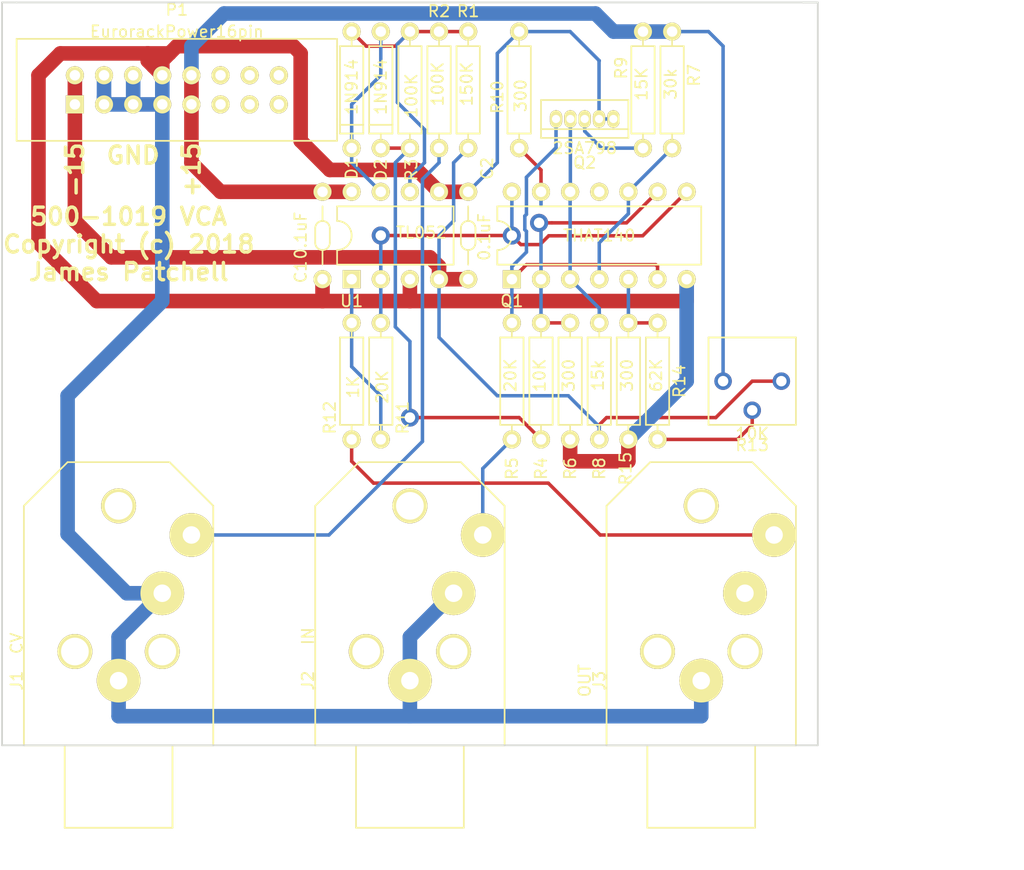
<source format=kicad_pcb>
(kicad_pcb (version 20171130) (host pcbnew "(5.0.1)-3")

  (general
    (thickness 1.6)
    (drawings 13)
    (tracks 187)
    (zones 0)
    (modules 26)
    (nets 20)
  )

  (page A4)
  (layers
    (0 F.Cu signal)
    (31 B.Cu signal)
    (32 B.Adhes user)
    (33 F.Adhes user)
    (34 B.Paste user)
    (35 F.Paste user)
    (36 B.SilkS user)
    (37 F.SilkS user)
    (38 B.Mask user)
    (39 F.Mask user)
    (40 Dwgs.User user)
    (41 Cmts.User user)
    (42 Eco1.User user)
    (43 Eco2.User user)
    (44 Edge.Cuts user)
    (45 Margin user)
    (46 B.CrtYd user)
    (47 F.CrtYd user)
    (48 B.Fab user)
    (49 F.Fab user)
  )

  (setup
    (last_trace_width 0.3048)
    (trace_clearance 0.1524)
    (zone_clearance 0.508)
    (zone_45_only no)
    (trace_min 0.2)
    (segment_width 0.2)
    (edge_width 0.15)
    (via_size 1.5748)
    (via_drill 0.9144)
    (via_min_size 0.4)
    (via_min_drill 0.3)
    (uvia_size 0.3)
    (uvia_drill 0.1)
    (uvias_allowed no)
    (uvia_min_size 0.2)
    (uvia_min_drill 0.1)
    (pcb_text_width 0.3)
    (pcb_text_size 1.5 1.5)
    (mod_edge_width 0.15)
    (mod_text_size 1 1)
    (mod_text_width 0.15)
    (pad_size 1.524 1.524)
    (pad_drill 0.9144)
    (pad_to_mask_clearance 0.2)
    (solder_mask_min_width 0.25)
    (aux_axis_origin 0 0)
    (visible_elements 7FFFE7FF)
    (pcbplotparams
      (layerselection 0x010f0_ffffffff)
      (usegerberextensions true)
      (usegerberattributes false)
      (usegerberadvancedattributes false)
      (creategerberjobfile false)
      (excludeedgelayer true)
      (linewidth 0.100000)
      (plotframeref false)
      (viasonmask false)
      (mode 1)
      (useauxorigin false)
      (hpglpennumber 1)
      (hpglpenspeed 20)
      (hpglpendiameter 15.000000)
      (psnegative false)
      (psa4output false)
      (plotreference true)
      (plotvalue true)
      (plotinvisibletext false)
      (padsonsilk false)
      (subtractmaskfromsilk false)
      (outputformat 1)
      (mirror false)
      (drillshape 0)
      (scaleselection 1)
      (outputdirectory "Fab/"))
  )

  (net 0 "")
  (net 1 +15V0)
  (net 2 GND)
  (net 3 -15V0)
  (net 4 "Net-(J1-Pad3)")
  (net 5 "Net-(J2-Pad3)")
  (net 6 "Net-(J3-Pad3)")
  (net 7 "Net-(Q1-Pad14)")
  (net 8 "Net-(Q1-Pad1)")
  (net 9 "Net-(Q1-Pad13)")
  (net 10 "Net-(Q1-Pad2)")
  (net 11 "Net-(Q1-Pad12)")
  (net 12 "Net-(Q1-Pad10)")
  (net 13 "Net-(Q2-Pad3)")
  (net 14 "Net-(R11-Pad1)")
  (net 15 "Net-(Q1-Pad5)")
  (net 16 "Net-(R13-Pad2)")
  (net 17 "Net-(D1-Pad2)")
  (net 18 /Vin)
  (net 19 "Net-(D1-Pad1)")

  (net_class Default "This is the default net class."
    (clearance 0.1524)
    (trace_width 0.3048)
    (via_dia 1.5748)
    (via_drill 0.9144)
    (uvia_dia 0.3)
    (uvia_drill 0.1)
    (add_net /Vin)
    (add_net "Net-(D1-Pad1)")
    (add_net "Net-(D1-Pad2)")
    (add_net "Net-(J1-Pad3)")
    (add_net "Net-(J2-Pad3)")
    (add_net "Net-(J3-Pad3)")
    (add_net "Net-(Q1-Pad1)")
    (add_net "Net-(Q1-Pad10)")
    (add_net "Net-(Q1-Pad12)")
    (add_net "Net-(Q1-Pad13)")
    (add_net "Net-(Q1-Pad14)")
    (add_net "Net-(Q1-Pad2)")
    (add_net "Net-(Q1-Pad5)")
    (add_net "Net-(Q2-Pad3)")
    (add_net "Net-(R11-Pad1)")
    (add_net "Net-(R13-Pad2)")
  )

  (net_class power ""
    (clearance 0.1524)
    (trace_width 1.27)
    (via_dia 1.5748)
    (via_drill 0.9144)
    (uvia_dia 0.3)
    (uvia_drill 0.1)
    (add_net +15V0)
    (add_net -15V0)
    (add_net GND)
  )

  (module FootPrints:CAP-Bypass-0.3 (layer F.Cu) (tedit 56B42E37) (tstamp 5B3C4D81)
    (at 138.43 101.6 270)
    (path /5B3C67C1)
    (fp_text reference C1 (at 3.175 1.905 270) (layer F.SilkS)
      (effects (font (size 1 1) (thickness 0.15)))
    )
    (fp_text value 0.1uF (at 0 1.905 270) (layer F.SilkS)
      (effects (font (size 1 1) (thickness 0.15)))
    )
    (fp_arc (start 0.635 0) (end 1.27 0) (angle 90) (layer F.SilkS) (width 0.15))
    (fp_arc (start 0.635 0) (end 0.635 -0.635) (angle 90) (layer F.SilkS) (width 0.15))
    (fp_arc (start -0.635 0) (end -0.635 0.635) (angle 90) (layer F.SilkS) (width 0.15))
    (fp_arc (start -0.635 0) (end -1.27 0) (angle 90) (layer F.SilkS) (width 0.15))
    (fp_line (start -0.635 0.635) (end 0.635 0.635) (layer F.SilkS) (width 0.15))
    (fp_line (start -0.635 -0.635) (end 0.635 -0.635) (layer F.SilkS) (width 0.15))
    (fp_line (start 2.54 0) (end 1.27 0) (layer F.SilkS) (width 0.15))
    (fp_line (start -2.54 0) (end -1.27 0) (layer F.SilkS) (width 0.15))
    (pad 1 thru_hole circle (at -3.81 0 270) (size 1.5748 1.5748) (drill 0.9144) (layers *.Cu *.Mask F.SilkS)
      (net 1 +15V0))
    (pad 2 thru_hole circle (at 3.81 0 270) (size 1.5748 1.5748) (drill 0.9144) (layers *.Cu *.Mask F.SilkS)
      (net 2 GND))
  )

  (module FootPrints:CAP-Bypass-0.3 (layer F.Cu) (tedit 5B451485) (tstamp 5B3C4D87)
    (at 151.13 101.6 90)
    (path /5B3C68AD)
    (fp_text reference C2 (at 5.842 1.651 90) (layer F.SilkS)
      (effects (font (size 1 1) (thickness 0.15)))
    )
    (fp_text value 0.1uF (at -0.127 1.397 90) (layer F.SilkS)
      (effects (font (size 1 1) (thickness 0.15)))
    )
    (fp_arc (start 0.635 0) (end 1.27 0) (angle 90) (layer F.SilkS) (width 0.15))
    (fp_arc (start 0.635 0) (end 0.635 -0.635) (angle 90) (layer F.SilkS) (width 0.15))
    (fp_arc (start -0.635 0) (end -0.635 0.635) (angle 90) (layer F.SilkS) (width 0.15))
    (fp_arc (start -0.635 0) (end -1.27 0) (angle 90) (layer F.SilkS) (width 0.15))
    (fp_line (start -0.635 0.635) (end 0.635 0.635) (layer F.SilkS) (width 0.15))
    (fp_line (start -0.635 -0.635) (end 0.635 -0.635) (layer F.SilkS) (width 0.15))
    (fp_line (start 2.54 0) (end 1.27 0) (layer F.SilkS) (width 0.15))
    (fp_line (start -2.54 0) (end -1.27 0) (layer F.SilkS) (width 0.15))
    (pad 1 thru_hole circle (at -3.81 0 90) (size 1.5748 1.5748) (drill 0.9144) (layers *.Cu *.Mask F.SilkS)
      (net 3 -15V0))
    (pad 2 thru_hole circle (at 3.81 0 90) (size 1.5748 1.5748) (drill 0.9144) (layers *.Cu *.Mask F.SilkS)
      (net 2 GND))
  )

  (module FootPrints:PHONE-SC112A (layer F.Cu) (tedit 5BCA5830) (tstamp 5B3C4D91)
    (at 120.65 146.05 270)
    (path /5B3C3F88)
    (fp_text reference J1 (at -5.6388 8.89 270) (layer F.SilkS)
      (effects (font (size 1 1) (thickness 0.15)))
    )
    (fp_text value CV (at -8.89 8.89 270) (layer F.SilkS)
      (effects (font (size 1 1) (thickness 0.15)))
    )
    (fp_line (start 0 -4.699) (end 7.1882 -4.699) (layer F.SilkS) (width 0.15))
    (fp_line (start 7.1882 -4.699) (end 7.1882 4.699) (layer F.SilkS) (width 0.15))
    (fp_line (start 7.1882 4.699) (end 0 4.699) (layer F.SilkS) (width 0.15))
    (fp_line (start -24.6888 4.445) (end -24.6888 -4.445) (layer F.SilkS) (width 0.15))
    (fp_line (start -24.6888 -4.445) (end -20.8788 -8.255) (layer F.SilkS) (width 0.15))
    (fp_line (start -20.8788 -8.255) (end 0 -8.255) (layer F.SilkS) (width 0.15))
    (fp_line (start 0 -8.255) (end 0 8.255) (layer F.SilkS) (width 0.15))
    (fp_line (start 0 8.255) (end -20.8788 8.255) (layer F.SilkS) (width 0.15))
    (fp_line (start -20.8788 8.255) (end -24.6888 4.445) (layer F.SilkS) (width 0.15))
    (pad 1 thru_hole circle (at -5.6388 0 270) (size 3.81 3.81) (drill 1.524) (layers *.Cu *.Mask F.SilkS)
      (net 2 GND))
    (pad "" thru_hole circle (at -8.1788 -3.81 270) (size 3.048 3.048) (drill 2.413) (layers *.Cu *.Mask F.SilkS))
    (pad 2 thru_hole circle (at -13.2588 -3.81 270) (size 3.81 3.81) (drill 1.524) (layers *.Cu *.Mask F.SilkS)
      (net 2 GND))
    (pad 3 thru_hole circle (at -18.3388 -6.35 270) (size 3.81 3.81) (drill 1.524) (layers *.Cu *.Mask F.SilkS)
      (net 4 "Net-(J1-Pad3)"))
    (pad "" thru_hole circle (at -20.8788 0 270) (size 3.048 3.048) (drill 2.413) (layers *.Cu *.Mask F.SilkS))
    (pad "" thru_hole circle (at -8.1788 3.81 270) (size 3.048 3.048) (drill 2.413) (layers *.Cu *.Mask F.SilkS))
  )

  (module FootPrints:PHONE-SC112A (layer F.Cu) (tedit 5BCA5820) (tstamp 5B3C4D9B)
    (at 146.05 146.05 270)
    (path /5B3C3EF6)
    (fp_text reference J2 (at -5.6388 8.89 270) (layer F.SilkS)
      (effects (font (size 1 1) (thickness 0.15)))
    )
    (fp_text value IN (at -9.525 8.89 270) (layer F.SilkS)
      (effects (font (size 1 1) (thickness 0.15)))
    )
    (fp_line (start 0 -4.699) (end 7.1882 -4.699) (layer F.SilkS) (width 0.15))
    (fp_line (start 7.1882 -4.699) (end 7.1882 4.699) (layer F.SilkS) (width 0.15))
    (fp_line (start 7.1882 4.699) (end 0 4.699) (layer F.SilkS) (width 0.15))
    (fp_line (start -24.6888 4.445) (end -24.6888 -4.445) (layer F.SilkS) (width 0.15))
    (fp_line (start -24.6888 -4.445) (end -20.8788 -8.255) (layer F.SilkS) (width 0.15))
    (fp_line (start -20.8788 -8.255) (end 0 -8.255) (layer F.SilkS) (width 0.15))
    (fp_line (start 0 -8.255) (end 0 8.255) (layer F.SilkS) (width 0.15))
    (fp_line (start 0 8.255) (end -20.8788 8.255) (layer F.SilkS) (width 0.15))
    (fp_line (start -20.8788 8.255) (end -24.6888 4.445) (layer F.SilkS) (width 0.15))
    (pad 1 thru_hole circle (at -5.6388 0 270) (size 3.81 3.81) (drill 1.524) (layers *.Cu *.Mask F.SilkS)
      (net 2 GND))
    (pad "" thru_hole circle (at -8.1788 -3.81 270) (size 3.048 3.048) (drill 2.413) (layers *.Cu *.Mask F.SilkS))
    (pad 2 thru_hole circle (at -13.2588 -3.81 270) (size 3.81 3.81) (drill 1.524) (layers *.Cu *.Mask F.SilkS)
      (net 2 GND))
    (pad 3 thru_hole circle (at -18.3388 -6.35 270) (size 3.81 3.81) (drill 1.524) (layers *.Cu *.Mask F.SilkS)
      (net 5 "Net-(J2-Pad3)"))
    (pad "" thru_hole circle (at -20.8788 0 270) (size 3.048 3.048) (drill 2.413) (layers *.Cu *.Mask F.SilkS))
    (pad "" thru_hole circle (at -8.1788 3.81 270) (size 3.048 3.048) (drill 2.413) (layers *.Cu *.Mask F.SilkS))
  )

  (module FootPrints:PHONE-SC112A (layer F.Cu) (tedit 5BCA5841) (tstamp 5B3C4DA5)
    (at 171.45 146.05 270)
    (path /5B3C5018)
    (fp_text reference J3 (at -5.6388 8.89 270) (layer F.SilkS)
      (effects (font (size 1 1) (thickness 0.15)))
    )
    (fp_text value OUT (at -5.6388 10.16 270) (layer F.SilkS)
      (effects (font (size 1 1) (thickness 0.15)))
    )
    (fp_line (start 0 -4.699) (end 7.1882 -4.699) (layer F.SilkS) (width 0.15))
    (fp_line (start 7.1882 -4.699) (end 7.1882 4.699) (layer F.SilkS) (width 0.15))
    (fp_line (start 7.1882 4.699) (end 0 4.699) (layer F.SilkS) (width 0.15))
    (fp_line (start -24.6888 4.445) (end -24.6888 -4.445) (layer F.SilkS) (width 0.15))
    (fp_line (start -24.6888 -4.445) (end -20.8788 -8.255) (layer F.SilkS) (width 0.15))
    (fp_line (start -20.8788 -8.255) (end 0 -8.255) (layer F.SilkS) (width 0.15))
    (fp_line (start 0 -8.255) (end 0 8.255) (layer F.SilkS) (width 0.15))
    (fp_line (start 0 8.255) (end -20.8788 8.255) (layer F.SilkS) (width 0.15))
    (fp_line (start -20.8788 8.255) (end -24.6888 4.445) (layer F.SilkS) (width 0.15))
    (pad 1 thru_hole circle (at -5.6388 0 270) (size 3.81 3.81) (drill 1.524) (layers *.Cu *.Mask F.SilkS)
      (net 2 GND))
    (pad "" thru_hole circle (at -8.1788 -3.81 270) (size 3.048 3.048) (drill 2.413) (layers *.Cu *.Mask F.SilkS))
    (pad 2 thru_hole circle (at -13.2588 -3.81 270) (size 3.81 3.81) (drill 1.524) (layers *.Cu *.Mask F.SilkS))
    (pad 3 thru_hole circle (at -18.3388 -6.35 270) (size 3.81 3.81) (drill 1.524) (layers *.Cu *.Mask F.SilkS)
      (net 6 "Net-(J3-Pad3)"))
    (pad "" thru_hole circle (at -20.8788 0 270) (size 3.048 3.048) (drill 2.413) (layers *.Cu *.Mask F.SilkS))
    (pad "" thru_hole circle (at -8.1788 3.81 270) (size 3.048 3.048) (drill 2.413) (layers *.Cu *.Mask F.SilkS))
  )

  (module FootPrints:IDC8x2_Vert (layer F.Cu) (tedit 58C886C8) (tstamp 5B3C4DB9)
    (at 125.73 88.9 180)
    (path /5B3C6DEC)
    (fp_text reference P1 (at 0 6.985 180) (layer F.SilkS)
      (effects (font (size 1 1) (thickness 0.15)))
    )
    (fp_text value EurorackPower16pin (at 0 5.08 180) (layer F.SilkS)
      (effects (font (size 1 1) (thickness 0.15)))
    )
    (fp_line (start -13.97 3.81) (end -13.97 4.445) (layer F.SilkS) (width 0.15))
    (fp_line (start -13.97 4.445) (end 13.97 4.445) (layer F.SilkS) (width 0.15))
    (fp_line (start 13.97 4.445) (end 13.97 3.81) (layer F.SilkS) (width 0.15))
    (fp_line (start 13.97 -3.81) (end 13.97 -4.445) (layer F.SilkS) (width 0.15))
    (fp_line (start 13.97 -4.445) (end -13.97 -4.445) (layer F.SilkS) (width 0.15))
    (fp_line (start -13.97 -4.445) (end -13.97 -3.81) (layer F.SilkS) (width 0.15))
    (fp_line (start 13.97 2.54) (end 13.97 3.81) (layer F.SilkS) (width 0.15))
    (fp_line (start -13.97 3.81) (end -13.97 2.54) (layer F.SilkS) (width 0.15))
    (fp_line (start -13.97 -2.54) (end -13.97 -3.81) (layer F.SilkS) (width 0.15))
    (fp_line (start 13.97 -3.81) (end 13.97 -2.54) (layer F.SilkS) (width 0.15))
    (fp_line (start -13.97 2.54) (end -13.97 -2.54) (layer F.SilkS) (width 0.15))
    (fp_line (start 13.97 -2.54) (end 13.97 2.54) (layer F.SilkS) (width 0.15))
    (pad 1 thru_hole rect (at 8.89 -1.27 180) (size 1.5748 1.5748) (drill 0.9144) (layers *.Cu *.Mask F.SilkS)
      (net 3 -15V0))
    (pad 2 thru_hole circle (at 8.89 1.27 180) (size 1.5748 1.5748) (drill 0.9144) (layers *.Cu *.Mask F.SilkS)
      (net 3 -15V0))
    (pad 3 thru_hole circle (at 6.35 -1.27 180) (size 1.5748 1.5748) (drill 0.9144) (layers *.Cu *.Mask F.SilkS)
      (net 2 GND))
    (pad 4 thru_hole circle (at 6.35 1.27 180) (size 1.5748 1.5748) (drill 0.9144) (layers *.Cu *.Mask F.SilkS)
      (net 2 GND))
    (pad 5 thru_hole circle (at 3.81 -1.27 180) (size 1.5748 1.5748) (drill 0.9144) (layers *.Cu *.Mask F.SilkS)
      (net 2 GND))
    (pad 6 thru_hole circle (at 3.81 1.27 180) (size 1.5748 1.5748) (drill 0.9144) (layers *.Cu *.Mask F.SilkS)
      (net 2 GND))
    (pad 7 thru_hole circle (at 1.27 -1.27 180) (size 1.5748 1.5748) (drill 0.9144) (layers *.Cu *.Mask F.SilkS)
      (net 2 GND))
    (pad 8 thru_hole circle (at 1.27 1.27 180) (size 1.5748 1.5748) (drill 0.9144) (layers *.Cu *.Mask F.SilkS)
      (net 2 GND))
    (pad 9 thru_hole circle (at -1.27 -1.27 180) (size 1.5748 1.5748) (drill 0.9144) (layers *.Cu *.Mask F.SilkS)
      (net 1 +15V0))
    (pad 10 thru_hole circle (at -1.27 1.27 180) (size 1.5748 1.5748) (drill 0.9144) (layers *.Cu *.Mask F.SilkS)
      (net 1 +15V0))
    (pad 11 thru_hole circle (at -3.81 -1.27 180) (size 1.5748 1.5748) (drill 0.9144) (layers *.Cu *.Mask F.SilkS))
    (pad 12 thru_hole circle (at -3.81 1.27 180) (size 1.5748 1.5748) (drill 0.9144) (layers *.Cu *.Mask F.SilkS))
    (pad 13 thru_hole circle (at -6.35 -1.27 180) (size 1.5748 1.5748) (drill 0.9144) (layers *.Cu *.Mask F.SilkS))
    (pad 14 thru_hole circle (at -6.35 1.27 180) (size 1.5748 1.5748) (drill 0.9144) (layers *.Cu *.Mask F.SilkS))
    (pad 15 thru_hole circle (at -8.89 -1.27 180) (size 1.5748 1.5748) (drill 0.9144) (layers *.Cu *.Mask F.SilkS))
    (pad 16 thru_hole circle (at -8.89 1.27 180) (size 1.5748 1.5748) (drill 0.9144) (layers *.Cu *.Mask F.SilkS))
  )

  (module FootPrints:DIP-14.3 (layer F.Cu) (tedit 58BE0FEF) (tstamp 5B3C4DCB)
    (at 162.56 101.6)
    (path /5B3C4013)
    (fp_text reference Q1 (at -7.62 5.715 180) (layer F.SilkS)
      (effects (font (size 1 1) (thickness 0.15)))
    )
    (fp_text value THAT140 (at 0 0) (layer F.SilkS)
      (effects (font (size 1 1) (thickness 0.15)))
    )
    (fp_line (start 8.89 -2.54) (end 8.89 2.54) (layer F.SilkS) (width 0.15))
    (fp_line (start -8.89 1.27) (end -8.89 2.54) (layer F.SilkS) (width 0.15))
    (fp_line (start -8.89 -2.54) (end -8.89 -1.27) (layer F.SilkS) (width 0.15))
    (fp_arc (start -8.89 0) (end -8.89 -1.27) (angle 90) (layer F.SilkS) (width 0.15))
    (fp_arc (start -8.89 0) (end -7.62 0) (angle 90) (layer F.SilkS) (width 0.15))
    (fp_line (start -8.89 -2.54) (end 8.89 -2.54) (layer F.SilkS) (width 0.15))
    (fp_line (start -8.89 2.54) (end 8.89 2.54) (layer F.SilkS) (width 0.15))
    (fp_line (start -9.05 -5.25) (end 9.05 -5.25) (layer F.CrtYd) (width 0.05))
    (fp_line (start 9.05 -5.25) (end 9.05 5.25) (layer F.CrtYd) (width 0.05))
    (fp_line (start 9.05 5.25) (end -9.05 5.25) (layer F.CrtYd) (width 0.05))
    (fp_line (start -9.05 5.25) (end -9.05 -5.25) (layer F.CrtYd) (width 0.05))
    (pad 14 thru_hole circle (at -7.62 -3.81) (size 1.5748 1.5748) (drill 0.9144) (layers *.Cu *.Mask F.SilkS)
      (net 7 "Net-(Q1-Pad14)"))
    (pad 1 thru_hole rect (at -7.62 3.81) (size 1.5748 1.5748) (drill 0.9144) (layers *.Cu *.Mask F.SilkS)
      (net 8 "Net-(Q1-Pad1)"))
    (pad 13 thru_hole circle (at -5.08 -3.81) (size 1.5748 1.5748) (drill 0.9144) (layers *.Cu *.Mask F.SilkS)
      (net 9 "Net-(Q1-Pad13)"))
    (pad 2 thru_hole circle (at -5.08 3.81) (size 1.5748 1.5748) (drill 0.9144) (layers *.Cu *.Mask F.SilkS)
      (net 10 "Net-(Q1-Pad2)"))
    (pad 12 thru_hole circle (at -2.54 -3.81) (size 1.5748 1.5748) (drill 0.9144) (layers *.Cu *.Mask F.SilkS)
      (net 11 "Net-(Q1-Pad12)"))
    (pad 3 thru_hole circle (at -2.54 3.81) (size 1.5748 1.5748) (drill 0.9144) (layers *.Cu *.Mask F.SilkS)
      (net 11 "Net-(Q1-Pad12)"))
    (pad 11 thru_hole circle (at 0 -3.81) (size 1.5748 1.5748) (drill 0.9144) (layers *.Cu *.Mask F.SilkS))
    (pad 4 thru_hole circle (at 0 3.81) (size 1.5748 1.5748) (drill 0.9144) (layers *.Cu *.Mask F.SilkS)
      (net 12 "Net-(Q1-Pad10)"))
    (pad 10 thru_hole circle (at 2.54 -3.81) (size 1.5748 1.5748) (drill 0.9144) (layers *.Cu *.Mask F.SilkS)
      (net 12 "Net-(Q1-Pad10)"))
    (pad 5 thru_hole circle (at 2.54 3.81) (size 1.5748 1.5748) (drill 0.9144) (layers *.Cu *.Mask F.SilkS)
      (net 15 "Net-(Q1-Pad5)"))
    (pad 9 thru_hole circle (at 5.08 -3.81) (size 1.5748 1.5748) (drill 0.9144) (layers *.Cu *.Mask F.SilkS)
      (net 10 "Net-(Q1-Pad2)"))
    (pad 6 thru_hole circle (at 5.08 3.81) (size 1.5748 1.5748) (drill 0.9144) (layers *.Cu *.Mask F.SilkS)
      (net 8 "Net-(Q1-Pad1)"))
    (pad 8 thru_hole circle (at 7.62 -3.81) (size 1.5748 1.5748) (drill 0.9144) (layers *.Cu *.Mask F.SilkS)
      (net 7 "Net-(Q1-Pad14)"))
    (pad 7 thru_hole circle (at 7.62 3.81) (size 1.5748 1.5748) (drill 0.9144) (layers *.Cu *.Mask F.SilkS)
      (net 2 GND))
  )

  (module FootPrints:2SA798 (layer F.Cu) (tedit 57316558) (tstamp 5B3C4DD4)
    (at 161.29 91.44)
    (path /5B3C3FB8)
    (fp_text reference Q2 (at 0 3.81) (layer F.SilkS)
      (effects (font (size 1 1) (thickness 0.15)))
    )
    (fp_text value 2SA798 (at 0 2.54) (layer F.SilkS)
      (effects (font (size 1 1) (thickness 0.15)))
    )
    (fp_line (start -3.81 0.889) (end 3.81 0.889) (layer F.SilkS) (width 0.15))
    (fp_line (start -3.81 1.651) (end -3.81 -1.651) (layer F.SilkS) (width 0.15))
    (fp_line (start 3.81 1.651) (end -3.81 1.651) (layer F.SilkS) (width 0.15))
    (fp_line (start 3.81 -1.651) (end 3.81 1.651) (layer F.SilkS) (width 0.15))
    (fp_line (start -3.81 -1.651) (end 3.81 -1.651) (layer F.SilkS) (width 0.15))
    (pad 1 thru_hole oval (at -2.5 0) (size 1.0668 1.524) (drill 0.7112) (layers *.Cu *.Mask F.SilkS)
      (net 8 "Net-(Q1-Pad1)"))
    (pad 2 thru_hole oval (at -1.25 0) (size 1.0668 1.524) (drill 0.7112) (layers *.Cu *.Mask F.SilkS)
      (net 11 "Net-(Q1-Pad12)"))
    (pad 3 thru_hole oval (at 0 0) (size 1.0668 1.524) (drill 0.7112) (layers *.Cu *.Mask F.SilkS)
      (net 13 "Net-(Q2-Pad3)"))
    (pad 4 thru_hole oval (at 1.25 0) (size 1.0668 1.524) (drill 0.7112) (layers *.Cu *.Mask F.SilkS)
      (net 2 GND))
    (pad 5 thru_hole oval (at 2.5 0) (size 1.0668 1.524) (drill 0.7112) (layers *.Cu *.Mask F.SilkS)
      (net 2 GND))
  )

  (module FootPrints:AXIAL0.4 (layer F.Cu) (tedit 56ACF211) (tstamp 5B3C4DEC)
    (at 157.48 114.3 270)
    (path /5B3C6114)
    (fp_text reference R4 (at 7.62 0 270) (layer F.SilkS)
      (effects (font (size 1 1) (thickness 0.15)))
    )
    (fp_text value 10K (at -0.508 0.127 270) (layer F.SilkS)
      (effects (font (size 1 1) (thickness 0.15)))
    )
    (fp_line (start -3.81 -1.016) (end -3.81 1.016) (layer F.SilkS) (width 0.15))
    (fp_line (start 3.81 -1.016) (end 3.81 1.016) (layer F.SilkS) (width 0.15))
    (fp_line (start -3.81 0) (end -4.318 0) (layer F.SilkS) (width 0.15))
    (fp_line (start 4.445 0) (end 3.81 0) (layer F.SilkS) (width 0.15))
    (fp_line (start -3.81 1.016) (end 3.81 1.016) (layer F.SilkS) (width 0.15))
    (fp_line (start 3.81 -1.016) (end -3.81 -1.016) (layer F.SilkS) (width 0.15))
    (pad 1 thru_hole circle (at -5.08 0 270) (size 1.5748 1.5748) (drill 0.9144) (layers *.Cu *.Mask F.SilkS)
      (net 10 "Net-(Q1-Pad2)"))
    (pad 2 thru_hole circle (at 5.08 0 270) (size 1.5748 1.5748) (drill 0.9144) (layers *.Cu *.Mask F.SilkS)
      (net 18 /Vin))
  )

  (module FootPrints:AXIAL0.4 (layer F.Cu) (tedit 56ACF211) (tstamp 5B3C4DF2)
    (at 154.94 114.3 270)
    (path /5B3C521B)
    (fp_text reference R5 (at 7.62 0 270) (layer F.SilkS)
      (effects (font (size 1 1) (thickness 0.15)))
    )
    (fp_text value 20K (at -0.508 0.127 270) (layer F.SilkS)
      (effects (font (size 1 1) (thickness 0.15)))
    )
    (fp_line (start -3.81 -1.016) (end -3.81 1.016) (layer F.SilkS) (width 0.15))
    (fp_line (start 3.81 -1.016) (end 3.81 1.016) (layer F.SilkS) (width 0.15))
    (fp_line (start -3.81 0) (end -4.318 0) (layer F.SilkS) (width 0.15))
    (fp_line (start 4.445 0) (end 3.81 0) (layer F.SilkS) (width 0.15))
    (fp_line (start -3.81 1.016) (end 3.81 1.016) (layer F.SilkS) (width 0.15))
    (fp_line (start 3.81 -1.016) (end -3.81 -1.016) (layer F.SilkS) (width 0.15))
    (pad 1 thru_hole circle (at -5.08 0 270) (size 1.5748 1.5748) (drill 0.9144) (layers *.Cu *.Mask F.SilkS)
      (net 8 "Net-(Q1-Pad1)"))
    (pad 2 thru_hole circle (at 5.08 0 270) (size 1.5748 1.5748) (drill 0.9144) (layers *.Cu *.Mask F.SilkS)
      (net 5 "Net-(J2-Pad3)"))
  )

  (module FootPrints:AXIAL0.4 (layer F.Cu) (tedit 56ACF211) (tstamp 5B3C4DF8)
    (at 160.02 114.3 270)
    (path /5B3C628B)
    (fp_text reference R6 (at 7.62 0 270) (layer F.SilkS)
      (effects (font (size 1 1) (thickness 0.15)))
    )
    (fp_text value 300 (at -0.508 0.127 270) (layer F.SilkS)
      (effects (font (size 1 1) (thickness 0.15)))
    )
    (fp_line (start -3.81 -1.016) (end -3.81 1.016) (layer F.SilkS) (width 0.15))
    (fp_line (start 3.81 -1.016) (end 3.81 1.016) (layer F.SilkS) (width 0.15))
    (fp_line (start -3.81 0) (end -4.318 0) (layer F.SilkS) (width 0.15))
    (fp_line (start 4.445 0) (end 3.81 0) (layer F.SilkS) (width 0.15))
    (fp_line (start -3.81 1.016) (end 3.81 1.016) (layer F.SilkS) (width 0.15))
    (fp_line (start 3.81 -1.016) (end -3.81 -1.016) (layer F.SilkS) (width 0.15))
    (pad 1 thru_hole circle (at -5.08 0 270) (size 1.5748 1.5748) (drill 0.9144) (layers *.Cu *.Mask F.SilkS)
      (net 10 "Net-(Q1-Pad2)"))
    (pad 2 thru_hole circle (at 5.08 0 270) (size 1.5748 1.5748) (drill 0.9144) (layers *.Cu *.Mask F.SilkS)
      (net 2 GND))
  )

  (module FootPrints:AXIAL0.4 (layer F.Cu) (tedit 56ACF211) (tstamp 5B3C4DFE)
    (at 168.91 88.9 270)
    (path /5B3C4846)
    (fp_text reference R7 (at -1.27 -1.905 270) (layer F.SilkS)
      (effects (font (size 1 1) (thickness 0.15)))
    )
    (fp_text value 30k (at -0.508 0.127 270) (layer F.SilkS)
      (effects (font (size 1 1) (thickness 0.15)))
    )
    (fp_line (start -3.81 -1.016) (end -3.81 1.016) (layer F.SilkS) (width 0.15))
    (fp_line (start 3.81 -1.016) (end 3.81 1.016) (layer F.SilkS) (width 0.15))
    (fp_line (start -3.81 0) (end -4.318 0) (layer F.SilkS) (width 0.15))
    (fp_line (start 4.445 0) (end 3.81 0) (layer F.SilkS) (width 0.15))
    (fp_line (start -3.81 1.016) (end 3.81 1.016) (layer F.SilkS) (width 0.15))
    (fp_line (start 3.81 -1.016) (end -3.81 -1.016) (layer F.SilkS) (width 0.15))
    (pad 1 thru_hole circle (at -5.08 0 270) (size 1.5748 1.5748) (drill 0.9144) (layers *.Cu *.Mask F.SilkS)
      (net 1 +15V0))
    (pad 2 thru_hole circle (at 5.08 0 270) (size 1.5748 1.5748) (drill 0.9144) (layers *.Cu *.Mask F.SilkS)
      (net 12 "Net-(Q1-Pad10)"))
  )

  (module FootPrints:AXIAL0.4 (layer F.Cu) (tedit 56ACF211) (tstamp 5B3C4E04)
    (at 162.56 114.3 270)
    (path /5B3C4A5C)
    (fp_text reference R8 (at 7.62 0 270) (layer F.SilkS)
      (effects (font (size 1 1) (thickness 0.15)))
    )
    (fp_text value 15k (at -0.508 0.127 270) (layer F.SilkS)
      (effects (font (size 1 1) (thickness 0.15)))
    )
    (fp_line (start -3.81 -1.016) (end -3.81 1.016) (layer F.SilkS) (width 0.15))
    (fp_line (start 3.81 -1.016) (end 3.81 1.016) (layer F.SilkS) (width 0.15))
    (fp_line (start -3.81 0) (end -4.318 0) (layer F.SilkS) (width 0.15))
    (fp_line (start 4.445 0) (end 3.81 0) (layer F.SilkS) (width 0.15))
    (fp_line (start -3.81 1.016) (end 3.81 1.016) (layer F.SilkS) (width 0.15))
    (fp_line (start 3.81 -1.016) (end -3.81 -1.016) (layer F.SilkS) (width 0.15))
    (pad 1 thru_hole circle (at -5.08 0 270) (size 1.5748 1.5748) (drill 0.9144) (layers *.Cu *.Mask F.SilkS)
      (net 11 "Net-(Q1-Pad12)"))
    (pad 2 thru_hole circle (at 5.08 0 270) (size 1.5748 1.5748) (drill 0.9144) (layers *.Cu *.Mask F.SilkS)
      (net 3 -15V0))
  )

  (module FootPrints:AXIAL0.4 (layer F.Cu) (tedit 56ACF211) (tstamp 5B3C4E0A)
    (at 166.37 88.9 270)
    (path /5B3C49DF)
    (fp_text reference R9 (at -1.905 1.905 270) (layer F.SilkS)
      (effects (font (size 1 1) (thickness 0.15)))
    )
    (fp_text value 15K (at -0.508 0.127 270) (layer F.SilkS)
      (effects (font (size 1 1) (thickness 0.15)))
    )
    (fp_line (start -3.81 -1.016) (end -3.81 1.016) (layer F.SilkS) (width 0.15))
    (fp_line (start 3.81 -1.016) (end 3.81 1.016) (layer F.SilkS) (width 0.15))
    (fp_line (start -3.81 0) (end -4.318 0) (layer F.SilkS) (width 0.15))
    (fp_line (start 4.445 0) (end 3.81 0) (layer F.SilkS) (width 0.15))
    (fp_line (start -3.81 1.016) (end 3.81 1.016) (layer F.SilkS) (width 0.15))
    (fp_line (start 3.81 -1.016) (end -3.81 -1.016) (layer F.SilkS) (width 0.15))
    (pad 1 thru_hole circle (at -5.08 0 270) (size 1.5748 1.5748) (drill 0.9144) (layers *.Cu *.Mask F.SilkS)
      (net 1 +15V0))
    (pad 2 thru_hole circle (at 5.08 0 270) (size 1.5748 1.5748) (drill 0.9144) (layers *.Cu *.Mask F.SilkS)
      (net 13 "Net-(Q2-Pad3)"))
  )

  (module FootPrints:AXIAL0.4 (layer F.Cu) (tedit 56ACF211) (tstamp 5B3C4E10)
    (at 155.575 88.9 90)
    (path /5B3C6041)
    (fp_text reference R10 (at -0.635 -1.905 90) (layer F.SilkS)
      (effects (font (size 1 1) (thickness 0.15)))
    )
    (fp_text value 300 (at -0.508 0.127 90) (layer F.SilkS)
      (effects (font (size 1 1) (thickness 0.15)))
    )
    (fp_line (start -3.81 -1.016) (end -3.81 1.016) (layer F.SilkS) (width 0.15))
    (fp_line (start 3.81 -1.016) (end 3.81 1.016) (layer F.SilkS) (width 0.15))
    (fp_line (start -3.81 0) (end -4.318 0) (layer F.SilkS) (width 0.15))
    (fp_line (start 4.445 0) (end 3.81 0) (layer F.SilkS) (width 0.15))
    (fp_line (start -3.81 1.016) (end 3.81 1.016) (layer F.SilkS) (width 0.15))
    (fp_line (start 3.81 -1.016) (end -3.81 -1.016) (layer F.SilkS) (width 0.15))
    (pad 1 thru_hole circle (at -5.08 0 90) (size 1.5748 1.5748) (drill 0.9144) (layers *.Cu *.Mask F.SilkS)
      (net 9 "Net-(Q1-Pad13)"))
    (pad 2 thru_hole circle (at 5.08 0 90) (size 1.5748 1.5748) (drill 0.9144) (layers *.Cu *.Mask F.SilkS)
      (net 2 GND))
  )

  (module FootPrints:AXIAL0.4 (layer F.Cu) (tedit 56ACF211) (tstamp 5B3C4E16)
    (at 143.51 114.3 90)
    (path /5B3C4D5F)
    (fp_text reference R11 (at -3.175 1.905 90) (layer F.SilkS)
      (effects (font (size 1 1) (thickness 0.15)))
    )
    (fp_text value 20K (at -0.508 0.127 90) (layer F.SilkS)
      (effects (font (size 1 1) (thickness 0.15)))
    )
    (fp_line (start -3.81 -1.016) (end -3.81 1.016) (layer F.SilkS) (width 0.15))
    (fp_line (start 3.81 -1.016) (end 3.81 1.016) (layer F.SilkS) (width 0.15))
    (fp_line (start -3.81 0) (end -4.318 0) (layer F.SilkS) (width 0.15))
    (fp_line (start 4.445 0) (end 3.81 0) (layer F.SilkS) (width 0.15))
    (fp_line (start -3.81 1.016) (end 3.81 1.016) (layer F.SilkS) (width 0.15))
    (fp_line (start 3.81 -1.016) (end -3.81 -1.016) (layer F.SilkS) (width 0.15))
    (pad 1 thru_hole circle (at -5.08 0 90) (size 1.5748 1.5748) (drill 0.9144) (layers *.Cu *.Mask F.SilkS)
      (net 14 "Net-(R11-Pad1)"))
    (pad 2 thru_hole circle (at 5.08 0 90) (size 1.5748 1.5748) (drill 0.9144) (layers *.Cu *.Mask F.SilkS)
      (net 7 "Net-(Q1-Pad14)"))
  )

  (module FootPrints:AXIAL0.4 (layer F.Cu) (tedit 56ACF211) (tstamp 5B3C4E1C)
    (at 140.97 114.3 90)
    (path /5B3C4F54)
    (fp_text reference R12 (at -3.175 -1.905 90) (layer F.SilkS)
      (effects (font (size 1 1) (thickness 0.15)))
    )
    (fp_text value 1K (at -0.508 0.127 90) (layer F.SilkS)
      (effects (font (size 1 1) (thickness 0.15)))
    )
    (fp_line (start -3.81 -1.016) (end -3.81 1.016) (layer F.SilkS) (width 0.15))
    (fp_line (start 3.81 -1.016) (end 3.81 1.016) (layer F.SilkS) (width 0.15))
    (fp_line (start -3.81 0) (end -4.318 0) (layer F.SilkS) (width 0.15))
    (fp_line (start 4.445 0) (end 3.81 0) (layer F.SilkS) (width 0.15))
    (fp_line (start -3.81 1.016) (end 3.81 1.016) (layer F.SilkS) (width 0.15))
    (fp_line (start 3.81 -1.016) (end -3.81 -1.016) (layer F.SilkS) (width 0.15))
    (pad 1 thru_hole circle (at -5.08 0 90) (size 1.5748 1.5748) (drill 0.9144) (layers *.Cu *.Mask F.SilkS)
      (net 6 "Net-(J3-Pad3)"))
    (pad 2 thru_hole circle (at 5.08 0 90) (size 1.5748 1.5748) (drill 0.9144) (layers *.Cu *.Mask F.SilkS)
      (net 14 "Net-(R11-Pad1)"))
  )

  (module FootPrints:DIP8.3 (layer F.Cu) (tedit 5B45149E) (tstamp 5B3C4E28)
    (at 144.78 101.6)
    (path /5B3C4C5E)
    (fp_text reference U1 (at -3.81 5.715) (layer F.SilkS)
      (effects (font (size 1 1) (thickness 0.15)))
    )
    (fp_text value TL052 (at 2.286 -0.254) (layer F.SilkS)
      (effects (font (size 1 1) (thickness 0.15)))
    )
    (fp_arc (start -5.08 0) (end -3.81 0) (angle 90) (layer F.SilkS) (width 0.15))
    (fp_arc (start -5.08 0) (end -5.08 -1.27) (angle 90) (layer F.SilkS) (width 0.15))
    (fp_line (start -5.08 -2.54) (end -5.08 -1.27) (layer F.SilkS) (width 0.15))
    (fp_line (start -5.08 -2.54) (end 5.08 -2.54) (layer F.SilkS) (width 0.15))
    (fp_line (start 5.08 -2.54) (end 5.08 2.54) (layer F.SilkS) (width 0.15))
    (fp_line (start 5.08 2.54) (end -5.08 2.54) (layer F.SilkS) (width 0.15))
    (fp_line (start -5.08 2.54) (end -5.08 1.27) (layer F.SilkS) (width 0.15))
    (pad 1 thru_hole rect (at -3.81 3.81) (size 1.5748 1.5748) (drill 0.9144) (layers *.Cu *.Mask F.SilkS)
      (net 14 "Net-(R11-Pad1)"))
    (pad 2 thru_hole circle (at -1.27 3.81) (size 1.5748 1.5748) (drill 0.9144) (layers *.Cu *.Mask F.SilkS)
      (net 7 "Net-(Q1-Pad14)"))
    (pad 3 thru_hole circle (at 1.27 3.81) (size 1.5748 1.5748) (drill 0.9144) (layers *.Cu *.Mask F.SilkS)
      (net 2 GND))
    (pad 4 thru_hole circle (at 3.81 3.81) (size 1.5748 1.5748) (drill 0.9144) (layers *.Cu *.Mask F.SilkS)
      (net 3 -15V0))
    (pad 5 thru_hole circle (at 3.81 -3.81) (size 1.5748 1.5748) (drill 0.9144) (layers *.Cu *.Mask F.SilkS)
      (net 2 GND))
    (pad 6 thru_hole circle (at 1.27 -3.81) (size 1.5748 1.5748) (drill 0.9144) (layers *.Cu *.Mask F.SilkS)
      (net 17 "Net-(D1-Pad2)"))
    (pad 7 thru_hole circle (at -1.27 -3.81) (size 1.5748 1.5748) (drill 0.9144) (layers *.Cu *.Mask F.SilkS)
      (net 19 "Net-(D1-Pad1)"))
    (pad 8 thru_hole circle (at -3.81 -3.81) (size 1.5748 1.5748) (drill 0.9144) (layers *.Cu *.Mask F.SilkS)
      (net 1 +15V0))
  )

  (module FootPrints:Trimpot (layer F.Cu) (tedit 5B4515FB) (tstamp 5B3D3BCE)
    (at 175.895 119.38)
    (path /5B3D2DE4)
    (fp_text reference R13 (at 0 0.5) (layer F.SilkS)
      (effects (font (size 1 1) (thickness 0.15)))
    )
    (fp_text value 10K (at 0 -0.5) (layer F.SilkS)
      (effects (font (size 1 1) (thickness 0.15)))
    )
    (fp_line (start -3.81 -8.89) (end -3.81 -1.27) (layer F.SilkS) (width 0.15))
    (fp_line (start 3.81 -8.89) (end -3.81 -8.89) (layer F.SilkS) (width 0.15))
    (fp_line (start 3.81 -1.27) (end 3.81 -8.89) (layer F.SilkS) (width 0.15))
    (fp_line (start 3.175 -1.27) (end 3.81 -1.27) (layer F.SilkS) (width 0.15))
    (fp_line (start -3.81 -1.27) (end 3.175 -1.27) (layer F.SilkS) (width 0.15))
    (pad 1 thru_hole circle (at -2.54 -5.08) (size 1.524 1.524) (drill 0.9144) (layers *.Cu *.Mask)
      (net 1 +15V0))
    (pad 2 thru_hole circle (at 0 -2.54) (size 1.524 1.524) (drill 0.9144) (layers *.Cu *.Mask)
      (net 16 "Net-(R13-Pad2)"))
    (pad 3 thru_hole circle (at 2.54 -5.08) (size 1.524 1.524) (drill 0.9144) (layers *.Cu *.Mask)
      (net 3 -15V0))
  )

  (module FootPrints:AXIAL0.4 (layer F.Cu) (tedit 56ACF211) (tstamp 5B3D3BDA)
    (at 167.64 114.3 270)
    (path /5B3D2D62)
    (fp_text reference R14 (at 0 -1.905 270) (layer F.SilkS)
      (effects (font (size 1 1) (thickness 0.15)))
    )
    (fp_text value 62K (at -0.508 0.127 270) (layer F.SilkS)
      (effects (font (size 1 1) (thickness 0.15)))
    )
    (fp_line (start -3.81 -1.016) (end -3.81 1.016) (layer F.SilkS) (width 0.15))
    (fp_line (start 3.81 -1.016) (end 3.81 1.016) (layer F.SilkS) (width 0.15))
    (fp_line (start -3.81 0) (end -4.318 0) (layer F.SilkS) (width 0.15))
    (fp_line (start 4.445 0) (end 3.81 0) (layer F.SilkS) (width 0.15))
    (fp_line (start -3.81 1.016) (end 3.81 1.016) (layer F.SilkS) (width 0.15))
    (fp_line (start 3.81 -1.016) (end -3.81 -1.016) (layer F.SilkS) (width 0.15))
    (pad 1 thru_hole circle (at -5.08 0 270) (size 1.5748 1.5748) (drill 0.9144) (layers *.Cu *.Mask F.SilkS)
      (net 15 "Net-(Q1-Pad5)"))
    (pad 2 thru_hole circle (at 5.08 0 270) (size 1.5748 1.5748) (drill 0.9144) (layers *.Cu *.Mask F.SilkS)
      (net 16 "Net-(R13-Pad2)"))
  )

  (module FootPrints:AXIAL0.4 (layer F.Cu) (tedit 56ACF211) (tstamp 5B3D3BE6)
    (at 165.1 114.3 270)
    (path /5B3D2BD6)
    (fp_text reference R15 (at 7.62 0.254 270) (layer F.SilkS)
      (effects (font (size 1 1) (thickness 0.15)))
    )
    (fp_text value 300 (at -0.508 0.127 270) (layer F.SilkS)
      (effects (font (size 1 1) (thickness 0.15)))
    )
    (fp_line (start -3.81 -1.016) (end -3.81 1.016) (layer F.SilkS) (width 0.15))
    (fp_line (start 3.81 -1.016) (end 3.81 1.016) (layer F.SilkS) (width 0.15))
    (fp_line (start -3.81 0) (end -4.318 0) (layer F.SilkS) (width 0.15))
    (fp_line (start 4.445 0) (end 3.81 0) (layer F.SilkS) (width 0.15))
    (fp_line (start -3.81 1.016) (end 3.81 1.016) (layer F.SilkS) (width 0.15))
    (fp_line (start 3.81 -1.016) (end -3.81 -1.016) (layer F.SilkS) (width 0.15))
    (pad 1 thru_hole circle (at -5.08 0 270) (size 1.5748 1.5748) (drill 0.9144) (layers *.Cu *.Mask F.SilkS)
      (net 15 "Net-(Q1-Pad5)"))
    (pad 2 thru_hole circle (at 5.08 0 270) (size 1.5748 1.5748) (drill 0.9144) (layers *.Cu *.Mask F.SilkS)
      (net 2 GND))
  )

  (module FootPrints:DIODE0.4 (layer F.Cu) (tedit 56BA2633) (tstamp 5BD4EB7A)
    (at 140.97 88.9 90)
    (path /5BCD3307)
    (fp_text reference D1 (at -6.858 0 90) (layer F.SilkS)
      (effects (font (size 1 1) (thickness 0.15)))
    )
    (fp_text value 1N914 (at 0.254 0 90) (layer F.SilkS)
      (effects (font (size 1 1) (thickness 0.15)))
    )
    (fp_line (start -3.048 1.016) (end -3.048 -1.016) (layer F.SilkS) (width 0.15))
    (fp_line (start -3.81 -1.016) (end -3.81 1.016) (layer F.SilkS) (width 0.15))
    (fp_line (start 3.81 -1.016) (end 3.81 1.016) (layer F.SilkS) (width 0.15))
    (fp_line (start -3.81 0) (end -4.318 0) (layer F.SilkS) (width 0.15))
    (fp_line (start 4.445 0) (end 3.81 0) (layer F.SilkS) (width 0.15))
    (fp_line (start -3.81 1.016) (end 3.81 1.016) (layer F.SilkS) (width 0.15))
    (fp_line (start 3.81 -1.016) (end -3.81 -1.016) (layer F.SilkS) (width 0.15))
    (pad 1 thru_hole circle (at -5.08 0 90) (size 1.5748 1.5748) (drill 0.9144) (layers *.Cu *.Mask F.SilkS)
      (net 19 "Net-(D1-Pad1)"))
    (pad 2 thru_hole circle (at 5.08 0 90) (size 1.5748 1.5748) (drill 0.9144) (layers *.Cu *.Mask F.SilkS)
      (net 17 "Net-(D1-Pad2)"))
  )

  (module FootPrints:DIODE0.4 (layer F.Cu) (tedit 56BA2633) (tstamp 5BD4EBC3)
    (at 143.51 88.9 90)
    (path /5BCD3068)
    (fp_text reference D2 (at -6.985 0 90) (layer F.SilkS)
      (effects (font (size 1 1) (thickness 0.15)))
    )
    (fp_text value 1N914 (at 0.254 0 90) (layer F.SilkS)
      (effects (font (size 1 1) (thickness 0.15)))
    )
    (fp_line (start 3.81 -1.016) (end -3.81 -1.016) (layer F.SilkS) (width 0.15))
    (fp_line (start -3.81 1.016) (end 3.81 1.016) (layer F.SilkS) (width 0.15))
    (fp_line (start 4.445 0) (end 3.81 0) (layer F.SilkS) (width 0.15))
    (fp_line (start -3.81 0) (end -4.318 0) (layer F.SilkS) (width 0.15))
    (fp_line (start 3.81 -1.016) (end 3.81 1.016) (layer F.SilkS) (width 0.15))
    (fp_line (start -3.81 -1.016) (end -3.81 1.016) (layer F.SilkS) (width 0.15))
    (fp_line (start -3.048 1.016) (end -3.048 -1.016) (layer F.SilkS) (width 0.15))
    (pad 2 thru_hole circle (at 5.08 0 90) (size 1.5748 1.5748) (drill 0.9144) (layers *.Cu *.Mask F.SilkS)
      (net 19 "Net-(D1-Pad1)"))
    (pad 1 thru_hole circle (at -5.08 0 90) (size 1.5748 1.5748) (drill 0.9144) (layers *.Cu *.Mask F.SilkS)
      (net 18 /Vin))
  )

  (module FootPrints:AXIAL0_4 (layer F.Cu) (tedit 56ACF211) (tstamp 5BD4EB11)
    (at 151.13 88.9 270)
    (path /5B3C5E10)
    (fp_text reference R1 (at -6.858 0 180) (layer F.SilkS)
      (effects (font (size 1 1) (thickness 0.15)))
    )
    (fp_text value 150K (at -0.508 0.127 270) (layer F.SilkS)
      (effects (font (size 1 1) (thickness 0.15)))
    )
    (fp_line (start -3.81 -1.016) (end -3.81 1.016) (layer F.SilkS) (width 0.15))
    (fp_line (start 3.81 -1.016) (end 3.81 1.016) (layer F.SilkS) (width 0.15))
    (fp_line (start -3.81 0) (end -4.318 0) (layer F.SilkS) (width 0.15))
    (fp_line (start 4.445 0) (end 3.81 0) (layer F.SilkS) (width 0.15))
    (fp_line (start -3.81 1.016) (end 3.81 1.016) (layer F.SilkS) (width 0.15))
    (fp_line (start 3.81 -1.016) (end -3.81 -1.016) (layer F.SilkS) (width 0.15))
    (pad 1 thru_hole circle (at -5.08 0 270) (size 1.5748 1.5748) (drill 0.9144) (layers *.Cu *.Mask F.SilkS)
      (net 17 "Net-(D1-Pad2)"))
    (pad 2 thru_hole circle (at 5.08 0 270) (size 1.5748 1.5748) (drill 0.9144) (layers *.Cu *.Mask F.SilkS)
      (net 3 -15V0))
  )

  (module FootPrints:AXIAL0_4 (layer F.Cu) (tedit 56ACF211) (tstamp 5BD4EC35)
    (at 148.59 88.9 270)
    (path /5B3C5637)
    (fp_text reference R2 (at -6.858 0) (layer F.SilkS)
      (effects (font (size 1 1) (thickness 0.15)))
    )
    (fp_text value 100K (at -0.508 0.127 270) (layer F.SilkS)
      (effects (font (size 1 1) (thickness 0.15)))
    )
    (fp_line (start -3.81 -1.016) (end -3.81 1.016) (layer F.SilkS) (width 0.15))
    (fp_line (start 3.81 -1.016) (end 3.81 1.016) (layer F.SilkS) (width 0.15))
    (fp_line (start -3.81 0) (end -4.318 0) (layer F.SilkS) (width 0.15))
    (fp_line (start 4.445 0) (end 3.81 0) (layer F.SilkS) (width 0.15))
    (fp_line (start -3.81 1.016) (end 3.81 1.016) (layer F.SilkS) (width 0.15))
    (fp_line (start 3.81 -1.016) (end -3.81 -1.016) (layer F.SilkS) (width 0.15))
    (pad 1 thru_hole circle (at -5.08 0 270) (size 1.5748 1.5748) (drill 0.9144) (layers *.Cu *.Mask F.SilkS)
      (net 17 "Net-(D1-Pad2)"))
    (pad 2 thru_hole circle (at 5.08 0 270) (size 1.5748 1.5748) (drill 0.9144) (layers *.Cu *.Mask F.SilkS)
      (net 4 "Net-(J1-Pad3)"))
  )

  (module FootPrints:AXIAL0_4 (layer F.Cu) (tedit 56ACF211) (tstamp 5BD4EB32)
    (at 146.05 88.9 90)
    (path /5B3C572A)
    (fp_text reference R3 (at -6.985 0.127 90) (layer F.SilkS)
      (effects (font (size 1 1) (thickness 0.15)))
    )
    (fp_text value 100K (at -0.508 0.127 90) (layer F.SilkS)
      (effects (font (size 1 1) (thickness 0.15)))
    )
    (fp_line (start 3.81 -1.016) (end -3.81 -1.016) (layer F.SilkS) (width 0.15))
    (fp_line (start -3.81 1.016) (end 3.81 1.016) (layer F.SilkS) (width 0.15))
    (fp_line (start 4.445 0) (end 3.81 0) (layer F.SilkS) (width 0.15))
    (fp_line (start -3.81 0) (end -4.318 0) (layer F.SilkS) (width 0.15))
    (fp_line (start 3.81 -1.016) (end 3.81 1.016) (layer F.SilkS) (width 0.15))
    (fp_line (start -3.81 -1.016) (end -3.81 1.016) (layer F.SilkS) (width 0.15))
    (pad 2 thru_hole circle (at 5.08 0 90) (size 1.5748 1.5748) (drill 0.9144) (layers *.Cu *.Mask F.SilkS)
      (net 17 "Net-(D1-Pad2)"))
    (pad 1 thru_hole circle (at -5.08 0 90) (size 1.5748 1.5748) (drill 0.9144) (layers *.Cu *.Mask F.SilkS)
      (net 18 /Vin))
  )

  (gr_text "500-1019 VCA\nCopyright (c) 2018\nJames Patchell" (at 121.539 102.362) (layer F.SilkS)
    (effects (font (size 1.5 1.5) (thickness 0.3)))
  )
  (gr_text +15 (at 127 95.885 90) (layer F.SilkS)
    (effects (font (size 1.5 1.5) (thickness 0.3)))
  )
  (gr_text GND (at 121.92 94.615) (layer F.SilkS)
    (effects (font (size 1.5 1.5) (thickness 0.3)))
  )
  (gr_text -15 (at 116.84 95.885 90) (layer F.SilkS)
    (effects (font (size 1.5 1.5) (thickness 0.3)))
  )
  (dimension 64.77 (width 0.3) (layer F.Fab)
    (gr_text "2.5500 in" (at 196.93 113.665 90) (layer F.Fab)
      (effects (font (size 1.5 1.5) (thickness 0.3)))
    )
    (feature1 (pts (xy 182.88 81.28) (xy 198.28 81.28)))
    (feature2 (pts (xy 182.88 146.05) (xy 198.28 146.05)))
    (crossbar (pts (xy 195.58 146.05) (xy 195.58 81.28)))
    (arrow1a (pts (xy 195.58 81.28) (xy 196.166421 82.406504)))
    (arrow1b (pts (xy 195.58 81.28) (xy 194.993579 82.406504)))
    (arrow2a (pts (xy 195.58 146.05) (xy 196.166421 144.923496)))
    (arrow2b (pts (xy 195.58 146.05) (xy 194.993579 144.923496)))
  )
  (dimension 71.12 (width 0.3) (layer F.Fab)
    (gr_text "2.8000 in" (at 146.05 157.56) (layer F.Fab)
      (effects (font (size 1.5 1.5) (thickness 0.3)))
    )
    (feature1 (pts (xy 181.61 147.32) (xy 181.61 158.91)))
    (feature2 (pts (xy 110.49 147.32) (xy 110.49 158.91)))
    (crossbar (pts (xy 110.49 156.21) (xy 181.61 156.21)))
    (arrow1a (pts (xy 181.61 156.21) (xy 180.483496 156.796421)))
    (arrow1b (pts (xy 181.61 156.21) (xy 180.483496 155.623579)))
    (arrow2a (pts (xy 110.49 156.21) (xy 111.616504 156.796421)))
    (arrow2b (pts (xy 110.49 156.21) (xy 111.616504 155.623579)))
  )
  (gr_line (start 110.49 81.28) (end 111.76 81.28) (angle 90) (layer Edge.Cuts) (width 0.15))
  (gr_line (start 110.49 146.05) (end 110.49 81.28) (angle 90) (layer Edge.Cuts) (width 0.15))
  (gr_line (start 181.61 81.28) (end 181.61 146.05) (angle 90) (layer Edge.Cuts) (width 0.15))
  (gr_line (start 180.34 81.28) (end 181.61 81.28) (angle 90) (layer Edge.Cuts) (width 0.15))
  (gr_line (start 181.61 81.28) (end 180.34 81.28) (angle 90) (layer Edge.Cuts) (width 0.15))
  (gr_line (start 180.34 81.28) (end 111.76 81.28) (angle 90) (layer Edge.Cuts) (width 0.15) (tstamp 5BD4ED53))
  (gr_line (start 110.49 146.05) (end 181.61 146.05) (angle 90) (layer Edge.Cuts) (width 0.15))

  (segment (start 172.085 83.82) (end 168.91 83.82) (width 0.3048) (layer B.Cu) (net 1))
  (segment (start 173.355 85.09) (end 172.085 83.82) (width 0.3048) (layer B.Cu) (net 1))
  (segment (start 173.355 114.3) (end 173.355 85.09) (width 0.3048) (layer B.Cu) (net 1))
  (segment (start 168.91 83.82) (end 166.37 83.82) (width 1.27) (layer B.Cu) (net 1))
  (segment (start 127 90.17) (end 127 87.63) (width 1.27) (layer F.Cu) (net 1))
  (segment (start 127 95.25) (end 127 90.17) (width 1.27) (layer F.Cu) (net 1))
  (segment (start 129.54 97.79) (end 127 95.25) (width 1.27) (layer F.Cu) (net 1))
  (segment (start 138.43 97.79) (end 129.54 97.79) (width 1.27) (layer F.Cu) (net 1))
  (segment (start 138.43 97.79) (end 140.97 97.79) (width 1.27) (layer F.Cu) (net 1))
  (segment (start 163.804602 83.82) (end 166.37 83.82) (width 1.27) (layer B.Cu) (net 1))
  (segment (start 162.229801 82.245199) (end 163.804602 83.82) (width 1.27) (layer B.Cu) (net 1))
  (segment (start 129.844801 82.245199) (end 162.229801 82.245199) (width 1.27) (layer B.Cu) (net 1))
  (segment (start 127 87.63) (end 127 85.09) (width 1.27) (layer B.Cu) (net 1))
  (segment (start 127 85.09) (end 129.844801 82.245199) (width 1.27) (layer B.Cu) (net 1))
  (segment (start 116.205 127.635) (end 121.3612 132.7912) (width 1.27) (layer B.Cu) (net 2))
  (segment (start 121.3612 132.7912) (end 124.46 132.7912) (width 1.27) (layer B.Cu) (net 2))
  (segment (start 116.205 115.57) (end 116.205 127.635) (width 1.27) (layer B.Cu) (net 2))
  (segment (start 124.46 107.315) (end 116.205 115.57) (width 1.27) (layer B.Cu) (net 2))
  (segment (start 124.46 90.17) (end 124.46 107.315) (width 1.27) (layer B.Cu) (net 2))
  (segment (start 170.18 105.41) (end 170.18 114.3) (width 1.27) (layer B.Cu) (net 2))
  (segment (start 170.18 114.3) (end 165.1 119.38) (width 1.27) (layer B.Cu) (net 2))
  (segment (start 120.65 140.4112) (end 120.65 136.6012) (width 1.27) (layer B.Cu) (net 2))
  (segment (start 120.65 136.6012) (end 124.46 132.7912) (width 1.27) (layer B.Cu) (net 2))
  (segment (start 146.05 140.4112) (end 146.05 136.6012) (width 1.27) (layer B.Cu) (net 2))
  (segment (start 146.05 136.6012) (end 149.86 132.7912) (width 1.27) (layer B.Cu) (net 2))
  (segment (start 120.65 143.51) (end 120.65 140.4112) (width 1.27) (layer B.Cu) (net 2))
  (segment (start 146.05 143.51) (end 120.65 143.51) (width 1.27) (layer B.Cu) (net 2))
  (segment (start 146.05 143.51) (end 146.05 140.4112) (width 1.27) (layer B.Cu) (net 2))
  (segment (start 171.45 143.51) (end 146.05 143.51) (width 1.27) (layer B.Cu) (net 2))
  (segment (start 171.45 140.4112) (end 171.45 143.51) (width 1.27) (layer B.Cu) (net 2))
  (segment (start 165.1 119.38) (end 165.1 121.285) (width 1.27) (layer F.Cu) (net 2))
  (segment (start 165.1 121.285) (end 160.02 121.285) (width 1.27) (layer F.Cu) (net 2))
  (segment (start 160.02 121.285) (end 160.02 119.38) (width 1.27) (layer F.Cu) (net 2))
  (segment (start 125.73 85.09) (end 125.095 85.725) (width 1.27) (layer F.Cu) (net 2))
  (segment (start 125.095 85.725) (end 124.46 86.36) (width 1.27) (layer F.Cu) (net 2))
  (segment (start 123.19 85.725) (end 125.095 85.725) (width 1.27) (layer F.Cu) (net 2))
  (segment (start 138.43 107.315) (end 118.745 107.315) (width 1.27) (layer F.Cu) (net 2))
  (segment (start 123.19 85.725) (end 123.19 86.36) (width 1.27) (layer F.Cu) (net 2))
  (segment (start 123.672601 86.842601) (end 124.46 87.63) (width 1.27) (layer F.Cu) (net 2))
  (segment (start 118.745 107.315) (end 113.665 102.235) (width 1.27) (layer F.Cu) (net 2))
  (segment (start 113.665 102.235) (end 113.665 87.63) (width 1.27) (layer F.Cu) (net 2))
  (segment (start 113.665 87.63) (end 115.57 85.725) (width 1.27) (layer F.Cu) (net 2))
  (segment (start 115.57 85.725) (end 123.19 85.725) (width 1.27) (layer F.Cu) (net 2))
  (segment (start 123.19 86.36) (end 123.672601 86.842601) (width 1.27) (layer F.Cu) (net 2))
  (segment (start 124.46 86.36) (end 124.46 87.63) (width 1.27) (layer F.Cu) (net 2))
  (segment (start 135.89 85.09) (end 125.73 85.09) (width 1.27) (layer F.Cu) (net 2))
  (segment (start 136.525 85.725) (end 135.89 85.09) (width 1.27) (layer F.Cu) (net 2))
  (segment (start 136.525 93.345) (end 136.525 85.725) (width 1.27) (layer F.Cu) (net 2))
  (segment (start 139.065 95.885) (end 136.525 93.345) (width 1.27) (layer F.Cu) (net 2))
  (segment (start 146.685 95.885) (end 139.065 95.885) (width 1.27) (layer F.Cu) (net 2))
  (segment (start 148.59 97.79) (end 146.685 95.885) (width 1.27) (layer F.Cu) (net 2))
  (segment (start 148.59 97.79) (end 151.13 97.79) (width 1.27) (layer F.Cu) (net 2))
  (segment (start 170.18 107.315) (end 170.18 105.41) (width 1.27) (layer F.Cu) (net 2))
  (segment (start 146.05 107.315) (end 170.18 107.315) (width 1.27) (layer F.Cu) (net 2))
  (segment (start 138.43 105.41) (end 138.43 107.315) (width 1.27) (layer F.Cu) (net 2))
  (segment (start 146.05 107.315) (end 146.05 105.41) (width 1.27) (layer F.Cu) (net 2))
  (segment (start 138.43 107.315) (end 146.05 107.315) (width 1.27) (layer F.Cu) (net 2))
  (segment (start 121.92 90.17) (end 124.46 90.17) (width 1.27) (layer B.Cu) (net 2))
  (segment (start 119.38 90.17) (end 121.92 90.17) (width 1.27) (layer B.Cu) (net 2))
  (segment (start 124.46 87.63) (end 124.46 90.17) (width 1.27) (layer B.Cu) (net 2))
  (segment (start 121.92 87.63) (end 121.92 90.17) (width 1.27) (layer B.Cu) (net 2))
  (segment (start 119.38 89.535) (end 119.38 90.17) (width 1.27) (layer B.Cu) (net 2))
  (segment (start 119.38 87.63) (end 119.38 89.535) (width 1.27) (layer B.Cu) (net 2))
  (segment (start 155.575 83.82) (end 160.02 83.82) (width 0.3048) (layer B.Cu) (net 2))
  (segment (start 160.02 83.82) (end 162.56 86.36) (width 0.3048) (layer B.Cu) (net 2))
  (segment (start 162.54 86.38) (end 162.54 91.44) (width 0.3048) (layer B.Cu) (net 2))
  (segment (start 162.56 86.36) (end 162.54 86.38) (width 0.3048) (layer B.Cu) (net 2))
  (segment (start 163.79 91.44) (end 162.54 91.44) (width 0.3048) (layer B.Cu) (net 2))
  (segment (start 155.575 83.82) (end 153.67 85.725) (width 0.3048) (layer B.Cu) (net 2))
  (segment (start 153.67 95.25) (end 151.13 97.79) (width 0.3048) (layer B.Cu) (net 2))
  (segment (start 153.67 85.725) (end 153.67 95.25) (width 0.3048) (layer B.Cu) (net 2))
  (segment (start 178.435 114.3) (end 175.895 114.3) (width 0.3048) (layer F.Cu) (net 3))
  (segment (start 175.895 114.3) (end 172.72 117.475) (width 0.3048) (layer F.Cu) (net 3))
  (segment (start 163.195 117.475) (end 162.56 118.11) (width 0.3048) (layer F.Cu) (net 3))
  (segment (start 172.72 117.475) (end 163.195 117.475) (width 0.3048) (layer F.Cu) (net 3))
  (segment (start 162.56 118.11) (end 162.56 119.38) (width 0.3048) (layer F.Cu) (net 3))
  (segment (start 153.67 115.57) (end 148.59 110.49) (width 0.3048) (layer B.Cu) (net 3))
  (segment (start 148.59 110.49) (end 148.59 105.41) (width 0.3048) (layer B.Cu) (net 3))
  (segment (start 159.863551 115.57) (end 153.67 115.57) (width 0.3048) (layer B.Cu) (net 3))
  (segment (start 162.56 119.38) (end 162.56 118.266449) (width 0.3048) (layer B.Cu) (net 3))
  (segment (start 162.56 118.266449) (end 159.863551 115.57) (width 0.3048) (layer B.Cu) (net 3))
  (segment (start 116.84 90.17) (end 116.84 87.63) (width 1.27) (layer F.Cu) (net 3))
  (segment (start 116.84 100.33) (end 116.84 90.17) (width 1.27) (layer F.Cu) (net 3))
  (segment (start 120.015 103.505) (end 116.84 100.33) (width 1.27) (layer F.Cu) (net 3))
  (segment (start 147.798551 103.505) (end 120.015 103.505) (width 1.27) (layer F.Cu) (net 3))
  (segment (start 148.59 105.41) (end 148.59 104.296449) (width 1.27) (layer F.Cu) (net 3))
  (segment (start 148.59 104.296449) (end 147.798551 103.505) (width 1.27) (layer F.Cu) (net 3))
  (segment (start 151.13 105.41) (end 148.59 105.41) (width 1.27) (layer F.Cu) (net 3))
  (segment (start 151.13 93.98) (end 149.86 95.25) (width 0.3048) (layer B.Cu) (net 3))
  (segment (start 149.86 95.25) (end 149.86 100.33) (width 0.3048) (layer B.Cu) (net 3))
  (segment (start 149.86 100.33) (end 148.59 101.6) (width 0.3048) (layer B.Cu) (net 3))
  (segment (start 148.59 101.6) (end 148.59 105.41) (width 0.3048) (layer B.Cu) (net 3))
  (segment (start 138.9888 127.7112) (end 127 127.7112) (width 0.3048) (layer B.Cu) (net 4))
  (segment (start 147.142201 119.557799) (end 138.9888 127.7112) (width 0.3048) (layer B.Cu) (net 4))
  (segment (start 147.142201 96.697799) (end 147.142201 119.557799) (width 0.3048) (layer B.Cu) (net 4))
  (segment (start 148.59 93.98) (end 148.59 95.25) (width 0.3048) (layer B.Cu) (net 4))
  (segment (start 148.59 95.25) (end 147.142201 96.697799) (width 0.3048) (layer B.Cu) (net 4))
  (segment (start 154.94 119.38) (end 152.4 121.92) (width 0.3048) (layer B.Cu) (net 5))
  (segment (start 152.4 121.92) (end 152.4 127.7112) (width 0.3048) (layer B.Cu) (net 5))
  (segment (start 140.97 121.285) (end 140.97 119.38) (width 0.3048) (layer F.Cu) (net 6))
  (segment (start 142.875 123.19) (end 140.97 121.285) (width 0.3048) (layer F.Cu) (net 6))
  (segment (start 158.115 123.19) (end 142.875 123.19) (width 0.3048) (layer F.Cu) (net 6))
  (segment (start 162.6362 127.7112) (end 158.115 123.19) (width 0.3048) (layer F.Cu) (net 6))
  (segment (start 177.8 127.7112) (end 162.6362 127.7112) (width 0.3048) (layer F.Cu) (net 6))
  (segment (start 155.72017 102.390638) (end 154.932771 101.603239) (width 0.3048) (layer F.Cu) (net 7))
  (segment (start 157.387352 102.390638) (end 155.72017 102.390638) (width 0.3048) (layer F.Cu) (net 7))
  (segment (start 166.344601 101.625399) (end 158.152591 101.625399) (width 0.3048) (layer F.Cu) (net 7))
  (segment (start 158.152591 101.625399) (end 157.387352 102.390638) (width 0.3048) (layer F.Cu) (net 7))
  (segment (start 170.18 97.79) (end 166.344601 101.625399) (width 0.3048) (layer F.Cu) (net 7))
  (segment (start 154.929532 101.6) (end 154.932771 101.603239) (width 0.3048) (layer F.Cu) (net 7))
  (segment (start 154.94 97.79) (end 154.94 101.59601) (width 0.3048) (layer B.Cu) (net 7))
  (segment (start 143.51 101.6) (end 154.929532 101.6) (width 0.3048) (layer F.Cu) (net 7))
  (segment (start 154.94 101.59601) (end 154.932771 101.603239) (width 0.3048) (layer B.Cu) (net 7))
  (via (at 154.932771 101.603239) (size 1.5748) (drill 0.9144) (layers F.Cu B.Cu) (net 7))
  (segment (start 143.51 105.41) (end 143.51 101.6) (width 0.3048) (layer B.Cu) (net 7))
  (via (at 143.51 101.6) (size 1.5748) (drill 0.9144) (layers F.Cu B.Cu) (net 7))
  (segment (start 143.51 105.41) (end 143.51 109.22) (width 0.3048) (layer B.Cu) (net 7))
  (segment (start 154.94 104.3178) (end 154.94 105.41) (width 0.3048) (layer B.Cu) (net 8))
  (segment (start 156.21 99.757988) (end 156.06855 99.899438) (width 0.3048) (layer B.Cu) (net 8))
  (segment (start 156.06855 101.094258) (end 156.21 101.235708) (width 0.3048) (layer B.Cu) (net 8))
  (segment (start 158.79 91.44) (end 158.79 93.94) (width 0.3048) (layer B.Cu) (net 8))
  (segment (start 156.21 101.235708) (end 156.21 103.0478) (width 0.3048) (layer B.Cu) (net 8))
  (segment (start 156.06855 99.899438) (end 156.06855 101.094258) (width 0.3048) (layer B.Cu) (net 8))
  (segment (start 158.79 93.94) (end 156.21 96.52) (width 0.3048) (layer B.Cu) (net 8))
  (segment (start 156.21 96.52) (end 156.21 99.757988) (width 0.3048) (layer B.Cu) (net 8))
  (segment (start 156.21 103.0478) (end 154.94 104.3178) (width 0.3048) (layer B.Cu) (net 8))
  (segment (start 156.21 104.14) (end 154.94 105.41) (width 0.3048) (layer F.Cu) (net 8))
  (segment (start 167.483551 104.14) (end 156.21 104.14) (width 0.3048) (layer F.Cu) (net 8))
  (segment (start 167.64 105.41) (end 167.64 104.296449) (width 0.3048) (layer F.Cu) (net 8))
  (segment (start 167.64 104.296449) (end 167.483551 104.14) (width 0.3048) (layer F.Cu) (net 8))
  (segment (start 154.94 109.22) (end 154.94 105.41) (width 0.3048) (layer B.Cu) (net 8))
  (segment (start 157.48 97.79) (end 157.48 95.885) (width 0.3048) (layer F.Cu) (net 9))
  (segment (start 157.48 95.885) (end 155.575 93.98) (width 0.3048) (layer F.Cu) (net 9))
  (segment (start 157.48 97.79) (end 157.48 98.903551) (width 0.3048) (layer B.Cu) (net 9))
  (segment (start 160.02 109.22) (end 157.48 109.22) (width 0.3048) (layer F.Cu) (net 10))
  (segment (start 164.933152 100.496848) (end 158.426703 100.496848) (width 0.3048) (layer F.Cu) (net 10))
  (segment (start 167.64 97.79) (end 164.933152 100.496848) (width 0.3048) (layer F.Cu) (net 10))
  (segment (start 157.48 100.663696) (end 157.313152 100.496848) (width 0.3048) (layer B.Cu) (net 10))
  (segment (start 158.426703 100.496848) (end 157.313152 100.496848) (width 0.3048) (layer F.Cu) (net 10))
  (segment (start 157.48 105.41) (end 157.48 100.663696) (width 0.3048) (layer B.Cu) (net 10))
  (via (at 157.313152 100.496848) (size 1.5748) (drill 0.9144) (layers F.Cu B.Cu) (net 10))
  (segment (start 157.48 109.22) (end 157.48 105.41) (width 0.3048) (layer B.Cu) (net 10))
  (segment (start 160.04 91.44) (end 160.04 97.77) (width 0.3048) (layer B.Cu) (net 11))
  (segment (start 160.04 97.77) (end 160.02 97.79) (width 0.3048) (layer B.Cu) (net 11))
  (segment (start 160.02 97.79) (end 160.02 105.41) (width 0.3048) (layer B.Cu) (net 11))
  (segment (start 162.56 109.22) (end 162.56 107.95) (width 0.3048) (layer B.Cu) (net 11))
  (segment (start 162.56 107.95) (end 160.02 105.41) (width 0.3048) (layer B.Cu) (net 11))
  (segment (start 168.91 93.98) (end 165.1 97.79) (width 0.3048) (layer B.Cu) (net 12))
  (segment (start 162.56 102.235) (end 162.56 105.41) (width 0.3048) (layer B.Cu) (net 12))
  (segment (start 165.1 99.695) (end 162.56 102.235) (width 0.3048) (layer B.Cu) (net 12))
  (segment (start 165.1 97.79) (end 165.1 99.695) (width 0.3048) (layer B.Cu) (net 12))
  (segment (start 166.37 93.98) (end 162.7632 93.98) (width 0.3048) (layer B.Cu) (net 13))
  (segment (start 162.7632 93.98) (end 161.29 92.5068) (width 0.3048) (layer B.Cu) (net 13))
  (segment (start 161.29 92.5068) (end 161.29 91.44) (width 0.3048) (layer B.Cu) (net 13))
  (segment (start 140.97 109.22) (end 140.97 113.03) (width 0.3048) (layer B.Cu) (net 14))
  (segment (start 143.51 115.57) (end 143.51 119.38) (width 0.3048) (layer B.Cu) (net 14))
  (segment (start 140.97 113.03) (end 143.51 115.57) (width 0.3048) (layer B.Cu) (net 14))
  (segment (start 140.97 105.41) (end 140.97 109.22) (width 0.3048) (layer B.Cu) (net 14))
  (segment (start 167.64 109.22) (end 165.1 109.22) (width 0.3048) (layer F.Cu) (net 15))
  (segment (start 165.1 105.41) (end 165.1 109.22) (width 0.3048) (layer B.Cu) (net 15))
  (segment (start 175.895 118.11) (end 175.895 116.84) (width 0.3048) (layer F.Cu) (net 16))
  (segment (start 174.625 119.38) (end 175.895 118.11) (width 0.3048) (layer F.Cu) (net 16))
  (segment (start 167.64 119.38) (end 174.625 119.38) (width 0.3048) (layer F.Cu) (net 16))
  (segment (start 151.13 83.82) (end 148.59 83.82) (width 0.3048) (layer F.Cu) (net 17))
  (segment (start 148.59 83.82) (end 146.05 83.82) (width 0.3048) (layer F.Cu) (net 17))
  (segment (start 140.97 83.82) (end 142.24 85.09) (width 0.3048) (layer F.Cu) (net 17))
  (segment (start 142.24 85.09) (end 144.78 85.09) (width 0.3048) (layer F.Cu) (net 17))
  (segment (start 144.78 85.09) (end 146.05 83.82) (width 0.3048) (layer F.Cu) (net 17))
  (segment (start 144.957799 84.912201) (end 144.957799 89.992201) (width 0.3048) (layer B.Cu) (net 17))
  (segment (start 146.05 83.82) (end 144.957799 84.912201) (width 0.3048) (layer B.Cu) (net 17))
  (segment (start 144.957799 89.992201) (end 147.32 92.354402) (width 0.3048) (layer B.Cu) (net 17))
  (segment (start 147.32 92.354402) (end 147.32 95.25) (width 0.3048) (layer B.Cu) (net 17))
  (segment (start 147.32 95.25) (end 146.05 96.52) (width 0.3048) (layer B.Cu) (net 17))
  (segment (start 146.05 96.52) (end 146.05 97.79) (width 0.3048) (layer B.Cu) (net 17))
  (segment (start 146.05 93.98) (end 143.51 93.98) (width 0.3048) (layer F.Cu) (net 18))
  (segment (start 146.05 93.98) (end 144.78 95.25) (width 0.3048) (layer B.Cu) (net 18))
  (segment (start 144.78 109.566458) (end 146.05 110.836458) (width 0.3048) (layer B.Cu) (net 18))
  (segment (start 144.78 95.25) (end 144.78 109.566458) (width 0.3048) (layer B.Cu) (net 18))
  (via (at 146.05 117.475) (size 1.5748) (drill 0.9144) (layers F.Cu B.Cu) (net 18))
  (segment (start 146.05 110.836458) (end 146.05 117.475) (width 0.3048) (layer B.Cu) (net 18))
  (segment (start 155.575 117.475) (end 157.48 119.38) (width 0.3048) (layer F.Cu) (net 18))
  (segment (start 146.05 117.475) (end 155.575 117.475) (width 0.3048) (layer F.Cu) (net 18))
  (segment (start 140.97 95.25) (end 143.186704 97.466704) (width 0.3048) (layer B.Cu) (net 19))
  (segment (start 140.97 93.98) (end 140.97 95.25) (width 0.3048) (layer B.Cu) (net 19))
  (segment (start 140.97 93.98) (end 140.97 90.17) (width 0.3048) (layer B.Cu) (net 19))
  (segment (start 140.97 90.17) (end 143.51 87.63) (width 0.3048) (layer B.Cu) (net 19))
  (segment (start 143.51 87.63) (end 143.51 83.82) (width 0.3048) (layer B.Cu) (net 19))

)

</source>
